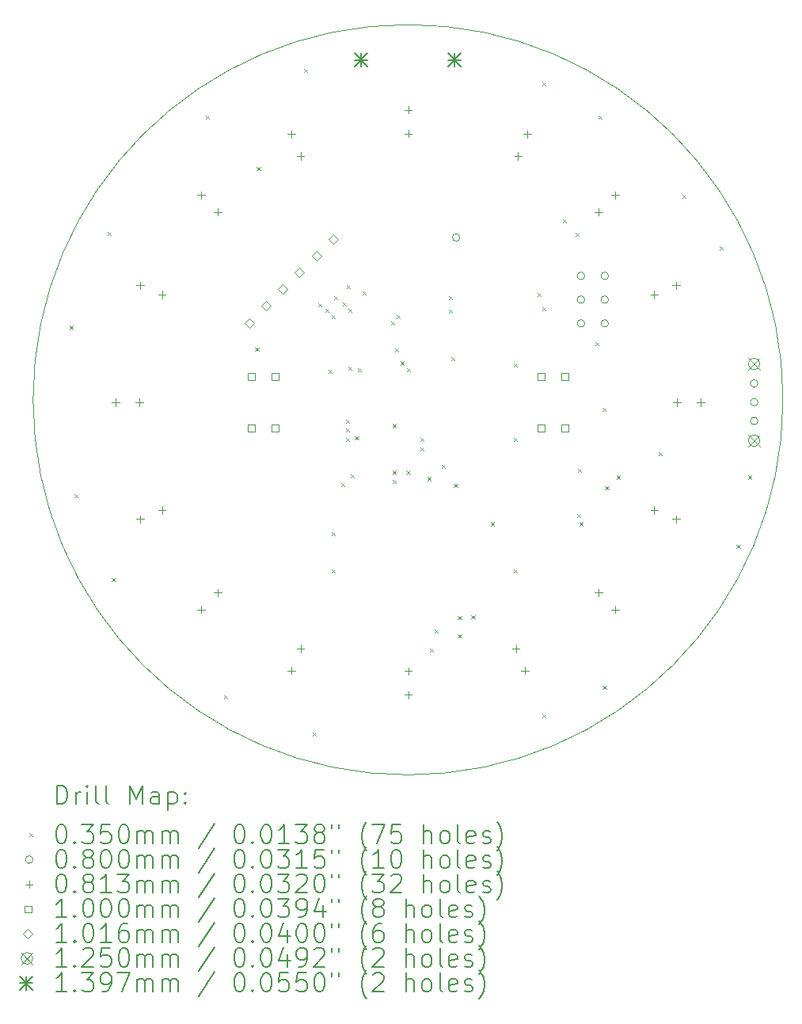
<source format=gbr>
%FSLAX45Y45*%
G04 Gerber Fmt 4.5, Leading zero omitted, Abs format (unit mm)*
G04 Created by KiCad (PCBNEW (6.0.4-0)) date 2022-11-18 23:15:29*
%MOMM*%
%LPD*%
G01*
G04 APERTURE LIST*
%TA.AperFunction,Profile*%
%ADD10C,0.050000*%
%TD*%
%ADD11C,0.200000*%
%ADD12C,0.035000*%
%ADD13C,0.080000*%
%ADD14C,0.081280*%
%ADD15C,0.100000*%
%ADD16C,0.101600*%
%ADD17C,0.125000*%
%ADD18C,0.139700*%
G04 APERTURE END LIST*
D10*
X18858840Y-10473080D02*
G75*
G03*
X18858840Y-10473080I-4010000J0D01*
G01*
D11*
D12*
X11232610Y-9682860D02*
X11267610Y-9717860D01*
X11267610Y-9682860D02*
X11232610Y-9717860D01*
X11282610Y-11482860D02*
X11317610Y-11517860D01*
X11317610Y-11482860D02*
X11282610Y-11517860D01*
X11632610Y-8682860D02*
X11667610Y-8717860D01*
X11667610Y-8682860D02*
X11632610Y-8717860D01*
X11682610Y-12382860D02*
X11717610Y-12417860D01*
X11717610Y-12382860D02*
X11682610Y-12417860D01*
X12682610Y-7432860D02*
X12717610Y-7467860D01*
X12717610Y-7432860D02*
X12682610Y-7467860D01*
X12882610Y-13632860D02*
X12917610Y-13667860D01*
X12917610Y-13632860D02*
X12882610Y-13667860D01*
X13215130Y-9913400D02*
X13250130Y-9948400D01*
X13250130Y-9913400D02*
X13215130Y-9948400D01*
X13232610Y-7982860D02*
X13267610Y-8017860D01*
X13267610Y-7982860D02*
X13232610Y-8017860D01*
X13732610Y-6932860D02*
X13767610Y-6967860D01*
X13767610Y-6932860D02*
X13732610Y-6967860D01*
X13832610Y-14032860D02*
X13867610Y-14067860D01*
X13867610Y-14032860D02*
X13832610Y-14067860D01*
X13890770Y-9442230D02*
X13925770Y-9477230D01*
X13925770Y-9442230D02*
X13890770Y-9477230D01*
X13961890Y-9504460D02*
X13996890Y-9539460D01*
X13996890Y-9504460D02*
X13961890Y-9539460D01*
X13997450Y-10153430D02*
X14032450Y-10188430D01*
X14032450Y-10153430D02*
X13997450Y-10188430D01*
X14032610Y-12282860D02*
X14067610Y-12317860D01*
X14067610Y-12282860D02*
X14032610Y-12317860D01*
X14033010Y-9566690D02*
X14068010Y-9601690D01*
X14068010Y-9566690D02*
X14033010Y-9601690D01*
X14033010Y-11886980D02*
X14068010Y-11921980D01*
X14068010Y-11886980D02*
X14033010Y-11921980D01*
X14059680Y-9362220D02*
X14094680Y-9397220D01*
X14094680Y-9362220D02*
X14059680Y-9397220D01*
X14130800Y-11362470D02*
X14165800Y-11397470D01*
X14165800Y-11362470D02*
X14130800Y-11397470D01*
X14148580Y-9433340D02*
X14183580Y-9468340D01*
X14183580Y-9433340D02*
X14148580Y-9468340D01*
X14182610Y-10682860D02*
X14217610Y-10717860D01*
X14217610Y-10682860D02*
X14182610Y-10717860D01*
X14182610Y-10782860D02*
X14217610Y-10817860D01*
X14217610Y-10782860D02*
X14182610Y-10817860D01*
X14182610Y-10882860D02*
X14217610Y-10917860D01*
X14217610Y-10882860D02*
X14182610Y-10917860D01*
X14193030Y-9246650D02*
X14228030Y-9281650D01*
X14228030Y-9246650D02*
X14193030Y-9281650D01*
X14210810Y-9504460D02*
X14245810Y-9539460D01*
X14245810Y-9504460D02*
X14210810Y-9539460D01*
X14210810Y-10117870D02*
X14245810Y-10152870D01*
X14245810Y-10117870D02*
X14210810Y-10152870D01*
X14232610Y-11272860D02*
X14267610Y-11307860D01*
X14267610Y-11272860D02*
X14232610Y-11307860D01*
X14281930Y-10864630D02*
X14316930Y-10899630D01*
X14316930Y-10864630D02*
X14281930Y-10899630D01*
X14308600Y-10135650D02*
X14343600Y-10170650D01*
X14343600Y-10135650D02*
X14308600Y-10170650D01*
X14361940Y-9317770D02*
X14396940Y-9352770D01*
X14396940Y-9317770D02*
X14361940Y-9352770D01*
X14664200Y-9637810D02*
X14699200Y-9672810D01*
X14699200Y-9637810D02*
X14664200Y-9672810D01*
X14682610Y-10732860D02*
X14717610Y-10767860D01*
X14717610Y-10732860D02*
X14682610Y-10767860D01*
X14682610Y-11232860D02*
X14717610Y-11267860D01*
X14717610Y-11232860D02*
X14682610Y-11267860D01*
X14682610Y-11332860D02*
X14717610Y-11367860D01*
X14717610Y-11332860D02*
X14682610Y-11367860D01*
X14708650Y-9922290D02*
X14743650Y-9957290D01*
X14743650Y-9922290D02*
X14708650Y-9957290D01*
X14726430Y-9566690D02*
X14761430Y-9601690D01*
X14761430Y-9566690D02*
X14726430Y-9601690D01*
X14770880Y-10064530D02*
X14805880Y-10099530D01*
X14805880Y-10064530D02*
X14770880Y-10099530D01*
X14832610Y-11232860D02*
X14867610Y-11267860D01*
X14867610Y-11232860D02*
X14832610Y-11267860D01*
X14833110Y-10135650D02*
X14868110Y-10170650D01*
X14868110Y-10135650D02*
X14833110Y-10170650D01*
X14982610Y-10882860D02*
X15017610Y-10917860D01*
X15017610Y-10882860D02*
X14982610Y-10917860D01*
X14982610Y-10982860D02*
X15017610Y-11017860D01*
X15017610Y-10982860D02*
X14982610Y-11017860D01*
X15055360Y-11300240D02*
X15090360Y-11335240D01*
X15090360Y-11300240D02*
X15055360Y-11335240D01*
X15082610Y-13132860D02*
X15117610Y-13167860D01*
X15117610Y-13132860D02*
X15082610Y-13167860D01*
X15132610Y-12932860D02*
X15167610Y-12967860D01*
X15167610Y-12932860D02*
X15132610Y-12967860D01*
X15206490Y-11166890D02*
X15241490Y-11201890D01*
X15241490Y-11166890D02*
X15206490Y-11201890D01*
X15283460Y-9512580D02*
X15318460Y-9547580D01*
X15318460Y-9512580D02*
X15283460Y-9547580D01*
X15288540Y-9365260D02*
X15323540Y-9400260D01*
X15323540Y-9365260D02*
X15288540Y-9400260D01*
X15308860Y-10020580D02*
X15343860Y-10055580D01*
X15343860Y-10020580D02*
X15308860Y-10055580D01*
X15339840Y-11371360D02*
X15374840Y-11406360D01*
X15374840Y-11371360D02*
X15339840Y-11406360D01*
X15382610Y-12782860D02*
X15417610Y-12817860D01*
X15417610Y-12782860D02*
X15382610Y-12817860D01*
X15382610Y-12982860D02*
X15417610Y-13017860D01*
X15417610Y-12982860D02*
X15382610Y-13017860D01*
X15526530Y-12775980D02*
X15561530Y-12810980D01*
X15561530Y-12775980D02*
X15526530Y-12810980D01*
X15732610Y-11782860D02*
X15767610Y-11817860D01*
X15767610Y-11782860D02*
X15732610Y-11817860D01*
X15982610Y-10082860D02*
X16017610Y-10117860D01*
X16017610Y-10082860D02*
X15982610Y-10117860D01*
X15982610Y-10882860D02*
X16017610Y-10917860D01*
X16017610Y-10882860D02*
X15982610Y-10917860D01*
X15982610Y-12282860D02*
X16017610Y-12317860D01*
X16017610Y-12282860D02*
X15982610Y-12317860D01*
X16232610Y-9332860D02*
X16267610Y-9367860D01*
X16267610Y-9332860D02*
X16232610Y-9367860D01*
X16282610Y-7082860D02*
X16317610Y-7117860D01*
X16317610Y-7082860D02*
X16282610Y-7117860D01*
X16282610Y-9482860D02*
X16317610Y-9517860D01*
X16317610Y-9482860D02*
X16282610Y-9517860D01*
X16282610Y-13832860D02*
X16317610Y-13867860D01*
X16317610Y-13832860D02*
X16282610Y-13867860D01*
X16507740Y-8547380D02*
X16542740Y-8582380D01*
X16542740Y-8547380D02*
X16507740Y-8582380D01*
X16639820Y-8689620D02*
X16674820Y-8724620D01*
X16674820Y-8689620D02*
X16639820Y-8724620D01*
X16655560Y-11691400D02*
X16690560Y-11726400D01*
X16690560Y-11691400D02*
X16655560Y-11726400D01*
X16664450Y-11211340D02*
X16699450Y-11246340D01*
X16699450Y-11211340D02*
X16664450Y-11246340D01*
X16682610Y-11782860D02*
X16717610Y-11817860D01*
X16717610Y-11782860D02*
X16682610Y-11817860D01*
X16848100Y-9858020D02*
X16883100Y-9893020D01*
X16883100Y-9858020D02*
X16848100Y-9893020D01*
X16882610Y-7432860D02*
X16917610Y-7467860D01*
X16917610Y-7432860D02*
X16882610Y-7467860D01*
X16931150Y-10562370D02*
X16966150Y-10597370D01*
X16966150Y-10562370D02*
X16931150Y-10597370D01*
X16932610Y-13532860D02*
X16967610Y-13567860D01*
X16967610Y-13532860D02*
X16932610Y-13567860D01*
X16957820Y-11398030D02*
X16992820Y-11433030D01*
X16992820Y-11398030D02*
X16957820Y-11433030D01*
X17082610Y-11282860D02*
X17117610Y-11317860D01*
X17117610Y-11282860D02*
X17082610Y-11317860D01*
X17532610Y-11032860D02*
X17567610Y-11067860D01*
X17567610Y-11032860D02*
X17532610Y-11067860D01*
X17782610Y-8282860D02*
X17817610Y-8317860D01*
X17817610Y-8282860D02*
X17782610Y-8317860D01*
X18182610Y-8832860D02*
X18217610Y-8867860D01*
X18217610Y-8832860D02*
X18182610Y-8867860D01*
X18363273Y-12022396D02*
X18398273Y-12057396D01*
X18398273Y-12022396D02*
X18363273Y-12057396D01*
X18482610Y-11282860D02*
X18517610Y-11317860D01*
X18517610Y-11282860D02*
X18482610Y-11317860D01*
D13*
X15402610Y-8737860D02*
G75*
G03*
X15402610Y-8737860I-40000J0D01*
G01*
X16737960Y-9149080D02*
G75*
G03*
X16737960Y-9149080I-40000J0D01*
G01*
X16737960Y-9403080D02*
G75*
G03*
X16737960Y-9403080I-40000J0D01*
G01*
X16737960Y-9657080D02*
G75*
G03*
X16737960Y-9657080I-40000J0D01*
G01*
X16991960Y-9149080D02*
G75*
G03*
X16991960Y-9149080I-40000J0D01*
G01*
X16991960Y-9403080D02*
G75*
G03*
X16991960Y-9403080I-40000J0D01*
G01*
X16991960Y-9657080D02*
G75*
G03*
X16991960Y-9657080I-40000J0D01*
G01*
X18590110Y-10300360D02*
G75*
G03*
X18590110Y-10300360I-40000J0D01*
G01*
X18590110Y-10500360D02*
G75*
G03*
X18590110Y-10500360I-40000J0D01*
G01*
X18590110Y-10700360D02*
G75*
G03*
X18590110Y-10700360I-40000J0D01*
G01*
D14*
X11723110Y-10459720D02*
X11723110Y-10541000D01*
X11682470Y-10500360D02*
X11763750Y-10500360D01*
X11977110Y-10459720D02*
X11977110Y-10541000D01*
X11936470Y-10500360D02*
X12017750Y-10500360D01*
X11982777Y-9211119D02*
X11982777Y-9292399D01*
X11942137Y-9251759D02*
X12023417Y-9251759D01*
X11982777Y-11708321D02*
X11982777Y-11789601D01*
X11942137Y-11748961D02*
X12023417Y-11748961D01*
X12217443Y-9308321D02*
X12217443Y-9389601D01*
X12176803Y-9348961D02*
X12258083Y-9348961D01*
X12217443Y-11611119D02*
X12217443Y-11692399D01*
X12176803Y-11651759D02*
X12258083Y-11651759D01*
X12635307Y-8244917D02*
X12635307Y-8326197D01*
X12594667Y-8285557D02*
X12675947Y-8285557D01*
X12635307Y-12674523D02*
X12635307Y-12755803D01*
X12594667Y-12715163D02*
X12675947Y-12715163D01*
X12814913Y-8424523D02*
X12814913Y-8505803D01*
X12774273Y-8465163D02*
X12855553Y-8465163D01*
X12814913Y-12494917D02*
X12814913Y-12576197D01*
X12774273Y-12535557D02*
X12855553Y-12535557D01*
X13601509Y-7592387D02*
X13601509Y-7673667D01*
X13560869Y-7633027D02*
X13642149Y-7633027D01*
X13601509Y-13327053D02*
X13601509Y-13408333D01*
X13560869Y-13367693D02*
X13642149Y-13367693D01*
X13698711Y-7827053D02*
X13698711Y-7908333D01*
X13658071Y-7867693D02*
X13739351Y-7867693D01*
X13698711Y-13092387D02*
X13698711Y-13173667D01*
X13658071Y-13133027D02*
X13739351Y-13133027D01*
X14850110Y-7332720D02*
X14850110Y-7414000D01*
X14809470Y-7373360D02*
X14890750Y-7373360D01*
X14850110Y-7586720D02*
X14850110Y-7668000D01*
X14809470Y-7627360D02*
X14890750Y-7627360D01*
X14850110Y-13332720D02*
X14850110Y-13414000D01*
X14809470Y-13373360D02*
X14890750Y-13373360D01*
X14850110Y-13586720D02*
X14850110Y-13668000D01*
X14809470Y-13627360D02*
X14890750Y-13627360D01*
X16001509Y-13092387D02*
X16001509Y-13173667D01*
X15960869Y-13133027D02*
X16042149Y-13133027D01*
X16026509Y-7827053D02*
X16026509Y-7908333D01*
X15985869Y-7867693D02*
X16067149Y-7867693D01*
X16098711Y-13327053D02*
X16098711Y-13408333D01*
X16058071Y-13367693D02*
X16139351Y-13367693D01*
X16123711Y-7592387D02*
X16123711Y-7673667D01*
X16083071Y-7633027D02*
X16164351Y-7633027D01*
X16885307Y-8424523D02*
X16885307Y-8505803D01*
X16844667Y-8465163D02*
X16925947Y-8465163D01*
X16885307Y-12494917D02*
X16885307Y-12576197D01*
X16844667Y-12535557D02*
X16925947Y-12535557D01*
X17064913Y-8244917D02*
X17064913Y-8326197D01*
X17024273Y-8285557D02*
X17105553Y-8285557D01*
X17064913Y-12674523D02*
X17064913Y-12755803D01*
X17024273Y-12715163D02*
X17105553Y-12715163D01*
X17482777Y-9308321D02*
X17482777Y-9389601D01*
X17442137Y-9348961D02*
X17523417Y-9348961D01*
X17482777Y-11611119D02*
X17482777Y-11692399D01*
X17442137Y-11651759D02*
X17523417Y-11651759D01*
X17717443Y-9211119D02*
X17717443Y-9292399D01*
X17676803Y-9251759D02*
X17758083Y-9251759D01*
X17717443Y-11708321D02*
X17717443Y-11789601D01*
X17676803Y-11748961D02*
X17758083Y-11748961D01*
X17723110Y-10459720D02*
X17723110Y-10541000D01*
X17682470Y-10500360D02*
X17763750Y-10500360D01*
X17977110Y-10459720D02*
X17977110Y-10541000D01*
X17936470Y-10500360D02*
X18017750Y-10500360D01*
D15*
X13208466Y-10260716D02*
X13208466Y-10190004D01*
X13137754Y-10190004D01*
X13137754Y-10260716D01*
X13208466Y-10260716D01*
X13208466Y-10810716D02*
X13208466Y-10740004D01*
X13137754Y-10740004D01*
X13137754Y-10810716D01*
X13208466Y-10810716D01*
X13462466Y-10260716D02*
X13462466Y-10190004D01*
X13391754Y-10190004D01*
X13391754Y-10260716D01*
X13462466Y-10260716D01*
X13462466Y-10810716D02*
X13462466Y-10740004D01*
X13391754Y-10740004D01*
X13391754Y-10810716D01*
X13462466Y-10810716D01*
X16308466Y-10260716D02*
X16308466Y-10190004D01*
X16237754Y-10190004D01*
X16237754Y-10260716D01*
X16308466Y-10260716D01*
X16308466Y-10810716D02*
X16308466Y-10740004D01*
X16237754Y-10740004D01*
X16237754Y-10810716D01*
X16308466Y-10810716D01*
X16562466Y-10260716D02*
X16562466Y-10190004D01*
X16491754Y-10190004D01*
X16491754Y-10260716D01*
X16562466Y-10260716D01*
X16562466Y-10810716D02*
X16562466Y-10740004D01*
X16491754Y-10740004D01*
X16491754Y-10810716D01*
X16562466Y-10810716D01*
D16*
X13150110Y-9701160D02*
X13200910Y-9650360D01*
X13150110Y-9599560D01*
X13099310Y-9650360D01*
X13150110Y-9701160D01*
X13329715Y-9521555D02*
X13380515Y-9470755D01*
X13329715Y-9419955D01*
X13278915Y-9470755D01*
X13329715Y-9521555D01*
X13509320Y-9341950D02*
X13560120Y-9291150D01*
X13509320Y-9240350D01*
X13458520Y-9291150D01*
X13509320Y-9341950D01*
X13688925Y-9162345D02*
X13739725Y-9111545D01*
X13688925Y-9060745D01*
X13638125Y-9111545D01*
X13688925Y-9162345D01*
X13868530Y-8982740D02*
X13919330Y-8931940D01*
X13868530Y-8881140D01*
X13817730Y-8931940D01*
X13868530Y-8982740D01*
X14048136Y-8803134D02*
X14098936Y-8752334D01*
X14048136Y-8701534D01*
X13997336Y-8752334D01*
X14048136Y-8803134D01*
D17*
X18487610Y-10027860D02*
X18612610Y-10152860D01*
X18612610Y-10027860D02*
X18487610Y-10152860D01*
X18612610Y-10090360D02*
G75*
G03*
X18612610Y-10090360I-62500J0D01*
G01*
X18487610Y-10847860D02*
X18612610Y-10972860D01*
X18612610Y-10847860D02*
X18487610Y-10972860D01*
X18612610Y-10910360D02*
G75*
G03*
X18612610Y-10910360I-62500J0D01*
G01*
D18*
X14277260Y-6770510D02*
X14416960Y-6910210D01*
X14416960Y-6770510D02*
X14277260Y-6910210D01*
X14347110Y-6770510D02*
X14347110Y-6910210D01*
X14277260Y-6840360D02*
X14416960Y-6840360D01*
X15277260Y-6770510D02*
X15416960Y-6910210D01*
X15416960Y-6770510D02*
X15277260Y-6910210D01*
X15347110Y-6770510D02*
X15347110Y-6910210D01*
X15277260Y-6840360D02*
X15416960Y-6840360D01*
D11*
X11093959Y-14796056D02*
X11093959Y-14596056D01*
X11141578Y-14596056D01*
X11170150Y-14605580D01*
X11189197Y-14624628D01*
X11198721Y-14643675D01*
X11208245Y-14681770D01*
X11208245Y-14710342D01*
X11198721Y-14748437D01*
X11189197Y-14767485D01*
X11170150Y-14786532D01*
X11141578Y-14796056D01*
X11093959Y-14796056D01*
X11293959Y-14796056D02*
X11293959Y-14662723D01*
X11293959Y-14700818D02*
X11303483Y-14681770D01*
X11313007Y-14672247D01*
X11332054Y-14662723D01*
X11351102Y-14662723D01*
X11417768Y-14796056D02*
X11417768Y-14662723D01*
X11417768Y-14596056D02*
X11408245Y-14605580D01*
X11417768Y-14615104D01*
X11427292Y-14605580D01*
X11417768Y-14596056D01*
X11417768Y-14615104D01*
X11541578Y-14796056D02*
X11522530Y-14786532D01*
X11513007Y-14767485D01*
X11513007Y-14596056D01*
X11646340Y-14796056D02*
X11627292Y-14786532D01*
X11617768Y-14767485D01*
X11617768Y-14596056D01*
X11874911Y-14796056D02*
X11874911Y-14596056D01*
X11941578Y-14738913D01*
X12008245Y-14596056D01*
X12008245Y-14796056D01*
X12189197Y-14796056D02*
X12189197Y-14691294D01*
X12179673Y-14672247D01*
X12160626Y-14662723D01*
X12122530Y-14662723D01*
X12103483Y-14672247D01*
X12189197Y-14786532D02*
X12170149Y-14796056D01*
X12122530Y-14796056D01*
X12103483Y-14786532D01*
X12093959Y-14767485D01*
X12093959Y-14748437D01*
X12103483Y-14729389D01*
X12122530Y-14719866D01*
X12170149Y-14719866D01*
X12189197Y-14710342D01*
X12284435Y-14662723D02*
X12284435Y-14862723D01*
X12284435Y-14672247D02*
X12303483Y-14662723D01*
X12341578Y-14662723D01*
X12360626Y-14672247D01*
X12370149Y-14681770D01*
X12379673Y-14700818D01*
X12379673Y-14757961D01*
X12370149Y-14777008D01*
X12360626Y-14786532D01*
X12341578Y-14796056D01*
X12303483Y-14796056D01*
X12284435Y-14786532D01*
X12465388Y-14777008D02*
X12474911Y-14786532D01*
X12465388Y-14796056D01*
X12455864Y-14786532D01*
X12465388Y-14777008D01*
X12465388Y-14796056D01*
X12465388Y-14672247D02*
X12474911Y-14681770D01*
X12465388Y-14691294D01*
X12455864Y-14681770D01*
X12465388Y-14672247D01*
X12465388Y-14691294D01*
D12*
X10801340Y-15108080D02*
X10836340Y-15143080D01*
X10836340Y-15108080D02*
X10801340Y-15143080D01*
D11*
X11132054Y-15016056D02*
X11151102Y-15016056D01*
X11170150Y-15025580D01*
X11179673Y-15035104D01*
X11189197Y-15054151D01*
X11198721Y-15092247D01*
X11198721Y-15139866D01*
X11189197Y-15177961D01*
X11179673Y-15197008D01*
X11170150Y-15206532D01*
X11151102Y-15216056D01*
X11132054Y-15216056D01*
X11113007Y-15206532D01*
X11103483Y-15197008D01*
X11093959Y-15177961D01*
X11084435Y-15139866D01*
X11084435Y-15092247D01*
X11093959Y-15054151D01*
X11103483Y-15035104D01*
X11113007Y-15025580D01*
X11132054Y-15016056D01*
X11284435Y-15197008D02*
X11293959Y-15206532D01*
X11284435Y-15216056D01*
X11274911Y-15206532D01*
X11284435Y-15197008D01*
X11284435Y-15216056D01*
X11360626Y-15016056D02*
X11484435Y-15016056D01*
X11417768Y-15092247D01*
X11446340Y-15092247D01*
X11465388Y-15101770D01*
X11474911Y-15111294D01*
X11484435Y-15130342D01*
X11484435Y-15177961D01*
X11474911Y-15197008D01*
X11465388Y-15206532D01*
X11446340Y-15216056D01*
X11389197Y-15216056D01*
X11370149Y-15206532D01*
X11360626Y-15197008D01*
X11665388Y-15016056D02*
X11570149Y-15016056D01*
X11560626Y-15111294D01*
X11570149Y-15101770D01*
X11589197Y-15092247D01*
X11636816Y-15092247D01*
X11655864Y-15101770D01*
X11665388Y-15111294D01*
X11674911Y-15130342D01*
X11674911Y-15177961D01*
X11665388Y-15197008D01*
X11655864Y-15206532D01*
X11636816Y-15216056D01*
X11589197Y-15216056D01*
X11570149Y-15206532D01*
X11560626Y-15197008D01*
X11798721Y-15016056D02*
X11817768Y-15016056D01*
X11836816Y-15025580D01*
X11846340Y-15035104D01*
X11855864Y-15054151D01*
X11865388Y-15092247D01*
X11865388Y-15139866D01*
X11855864Y-15177961D01*
X11846340Y-15197008D01*
X11836816Y-15206532D01*
X11817768Y-15216056D01*
X11798721Y-15216056D01*
X11779673Y-15206532D01*
X11770149Y-15197008D01*
X11760626Y-15177961D01*
X11751102Y-15139866D01*
X11751102Y-15092247D01*
X11760626Y-15054151D01*
X11770149Y-15035104D01*
X11779673Y-15025580D01*
X11798721Y-15016056D01*
X11951102Y-15216056D02*
X11951102Y-15082723D01*
X11951102Y-15101770D02*
X11960626Y-15092247D01*
X11979673Y-15082723D01*
X12008245Y-15082723D01*
X12027292Y-15092247D01*
X12036816Y-15111294D01*
X12036816Y-15216056D01*
X12036816Y-15111294D02*
X12046340Y-15092247D01*
X12065388Y-15082723D01*
X12093959Y-15082723D01*
X12113007Y-15092247D01*
X12122530Y-15111294D01*
X12122530Y-15216056D01*
X12217768Y-15216056D02*
X12217768Y-15082723D01*
X12217768Y-15101770D02*
X12227292Y-15092247D01*
X12246340Y-15082723D01*
X12274911Y-15082723D01*
X12293959Y-15092247D01*
X12303483Y-15111294D01*
X12303483Y-15216056D01*
X12303483Y-15111294D02*
X12313007Y-15092247D01*
X12332054Y-15082723D01*
X12360626Y-15082723D01*
X12379673Y-15092247D01*
X12389197Y-15111294D01*
X12389197Y-15216056D01*
X12779673Y-15006532D02*
X12608245Y-15263675D01*
X13036816Y-15016056D02*
X13055864Y-15016056D01*
X13074911Y-15025580D01*
X13084435Y-15035104D01*
X13093959Y-15054151D01*
X13103483Y-15092247D01*
X13103483Y-15139866D01*
X13093959Y-15177961D01*
X13084435Y-15197008D01*
X13074911Y-15206532D01*
X13055864Y-15216056D01*
X13036816Y-15216056D01*
X13017768Y-15206532D01*
X13008245Y-15197008D01*
X12998721Y-15177961D01*
X12989197Y-15139866D01*
X12989197Y-15092247D01*
X12998721Y-15054151D01*
X13008245Y-15035104D01*
X13017768Y-15025580D01*
X13036816Y-15016056D01*
X13189197Y-15197008D02*
X13198721Y-15206532D01*
X13189197Y-15216056D01*
X13179673Y-15206532D01*
X13189197Y-15197008D01*
X13189197Y-15216056D01*
X13322530Y-15016056D02*
X13341578Y-15016056D01*
X13360626Y-15025580D01*
X13370149Y-15035104D01*
X13379673Y-15054151D01*
X13389197Y-15092247D01*
X13389197Y-15139866D01*
X13379673Y-15177961D01*
X13370149Y-15197008D01*
X13360626Y-15206532D01*
X13341578Y-15216056D01*
X13322530Y-15216056D01*
X13303483Y-15206532D01*
X13293959Y-15197008D01*
X13284435Y-15177961D01*
X13274911Y-15139866D01*
X13274911Y-15092247D01*
X13284435Y-15054151D01*
X13293959Y-15035104D01*
X13303483Y-15025580D01*
X13322530Y-15016056D01*
X13579673Y-15216056D02*
X13465388Y-15216056D01*
X13522530Y-15216056D02*
X13522530Y-15016056D01*
X13503483Y-15044628D01*
X13484435Y-15063675D01*
X13465388Y-15073199D01*
X13646340Y-15016056D02*
X13770149Y-15016056D01*
X13703483Y-15092247D01*
X13732054Y-15092247D01*
X13751102Y-15101770D01*
X13760626Y-15111294D01*
X13770149Y-15130342D01*
X13770149Y-15177961D01*
X13760626Y-15197008D01*
X13751102Y-15206532D01*
X13732054Y-15216056D01*
X13674911Y-15216056D01*
X13655864Y-15206532D01*
X13646340Y-15197008D01*
X13884435Y-15101770D02*
X13865388Y-15092247D01*
X13855864Y-15082723D01*
X13846340Y-15063675D01*
X13846340Y-15054151D01*
X13855864Y-15035104D01*
X13865388Y-15025580D01*
X13884435Y-15016056D01*
X13922530Y-15016056D01*
X13941578Y-15025580D01*
X13951102Y-15035104D01*
X13960626Y-15054151D01*
X13960626Y-15063675D01*
X13951102Y-15082723D01*
X13941578Y-15092247D01*
X13922530Y-15101770D01*
X13884435Y-15101770D01*
X13865388Y-15111294D01*
X13855864Y-15120818D01*
X13846340Y-15139866D01*
X13846340Y-15177961D01*
X13855864Y-15197008D01*
X13865388Y-15206532D01*
X13884435Y-15216056D01*
X13922530Y-15216056D01*
X13941578Y-15206532D01*
X13951102Y-15197008D01*
X13960626Y-15177961D01*
X13960626Y-15139866D01*
X13951102Y-15120818D01*
X13941578Y-15111294D01*
X13922530Y-15101770D01*
X14036816Y-15016056D02*
X14036816Y-15054151D01*
X14113007Y-15016056D02*
X14113007Y-15054151D01*
X14408245Y-15292247D02*
X14398721Y-15282723D01*
X14379673Y-15254151D01*
X14370149Y-15235104D01*
X14360626Y-15206532D01*
X14351102Y-15158913D01*
X14351102Y-15120818D01*
X14360626Y-15073199D01*
X14370149Y-15044628D01*
X14379673Y-15025580D01*
X14398721Y-14997008D01*
X14408245Y-14987485D01*
X14465388Y-15016056D02*
X14598721Y-15016056D01*
X14513007Y-15216056D01*
X14770149Y-15016056D02*
X14674911Y-15016056D01*
X14665388Y-15111294D01*
X14674911Y-15101770D01*
X14693959Y-15092247D01*
X14741578Y-15092247D01*
X14760626Y-15101770D01*
X14770149Y-15111294D01*
X14779673Y-15130342D01*
X14779673Y-15177961D01*
X14770149Y-15197008D01*
X14760626Y-15206532D01*
X14741578Y-15216056D01*
X14693959Y-15216056D01*
X14674911Y-15206532D01*
X14665388Y-15197008D01*
X15017768Y-15216056D02*
X15017768Y-15016056D01*
X15103483Y-15216056D02*
X15103483Y-15111294D01*
X15093959Y-15092247D01*
X15074911Y-15082723D01*
X15046340Y-15082723D01*
X15027292Y-15092247D01*
X15017768Y-15101770D01*
X15227292Y-15216056D02*
X15208245Y-15206532D01*
X15198721Y-15197008D01*
X15189197Y-15177961D01*
X15189197Y-15120818D01*
X15198721Y-15101770D01*
X15208245Y-15092247D01*
X15227292Y-15082723D01*
X15255864Y-15082723D01*
X15274911Y-15092247D01*
X15284435Y-15101770D01*
X15293959Y-15120818D01*
X15293959Y-15177961D01*
X15284435Y-15197008D01*
X15274911Y-15206532D01*
X15255864Y-15216056D01*
X15227292Y-15216056D01*
X15408245Y-15216056D02*
X15389197Y-15206532D01*
X15379673Y-15187485D01*
X15379673Y-15016056D01*
X15560626Y-15206532D02*
X15541578Y-15216056D01*
X15503483Y-15216056D01*
X15484435Y-15206532D01*
X15474911Y-15187485D01*
X15474911Y-15111294D01*
X15484435Y-15092247D01*
X15503483Y-15082723D01*
X15541578Y-15082723D01*
X15560626Y-15092247D01*
X15570149Y-15111294D01*
X15570149Y-15130342D01*
X15474911Y-15149389D01*
X15646340Y-15206532D02*
X15665388Y-15216056D01*
X15703483Y-15216056D01*
X15722530Y-15206532D01*
X15732054Y-15187485D01*
X15732054Y-15177961D01*
X15722530Y-15158913D01*
X15703483Y-15149389D01*
X15674911Y-15149389D01*
X15655864Y-15139866D01*
X15646340Y-15120818D01*
X15646340Y-15111294D01*
X15655864Y-15092247D01*
X15674911Y-15082723D01*
X15703483Y-15082723D01*
X15722530Y-15092247D01*
X15798721Y-15292247D02*
X15808245Y-15282723D01*
X15827292Y-15254151D01*
X15836816Y-15235104D01*
X15846340Y-15206532D01*
X15855864Y-15158913D01*
X15855864Y-15120818D01*
X15846340Y-15073199D01*
X15836816Y-15044628D01*
X15827292Y-15025580D01*
X15808245Y-14997008D01*
X15798721Y-14987485D01*
D13*
X10836340Y-15389580D02*
G75*
G03*
X10836340Y-15389580I-40000J0D01*
G01*
D11*
X11132054Y-15280056D02*
X11151102Y-15280056D01*
X11170150Y-15289580D01*
X11179673Y-15299104D01*
X11189197Y-15318151D01*
X11198721Y-15356247D01*
X11198721Y-15403866D01*
X11189197Y-15441961D01*
X11179673Y-15461008D01*
X11170150Y-15470532D01*
X11151102Y-15480056D01*
X11132054Y-15480056D01*
X11113007Y-15470532D01*
X11103483Y-15461008D01*
X11093959Y-15441961D01*
X11084435Y-15403866D01*
X11084435Y-15356247D01*
X11093959Y-15318151D01*
X11103483Y-15299104D01*
X11113007Y-15289580D01*
X11132054Y-15280056D01*
X11284435Y-15461008D02*
X11293959Y-15470532D01*
X11284435Y-15480056D01*
X11274911Y-15470532D01*
X11284435Y-15461008D01*
X11284435Y-15480056D01*
X11408245Y-15365770D02*
X11389197Y-15356247D01*
X11379673Y-15346723D01*
X11370149Y-15327675D01*
X11370149Y-15318151D01*
X11379673Y-15299104D01*
X11389197Y-15289580D01*
X11408245Y-15280056D01*
X11446340Y-15280056D01*
X11465388Y-15289580D01*
X11474911Y-15299104D01*
X11484435Y-15318151D01*
X11484435Y-15327675D01*
X11474911Y-15346723D01*
X11465388Y-15356247D01*
X11446340Y-15365770D01*
X11408245Y-15365770D01*
X11389197Y-15375294D01*
X11379673Y-15384818D01*
X11370149Y-15403866D01*
X11370149Y-15441961D01*
X11379673Y-15461008D01*
X11389197Y-15470532D01*
X11408245Y-15480056D01*
X11446340Y-15480056D01*
X11465388Y-15470532D01*
X11474911Y-15461008D01*
X11484435Y-15441961D01*
X11484435Y-15403866D01*
X11474911Y-15384818D01*
X11465388Y-15375294D01*
X11446340Y-15365770D01*
X11608245Y-15280056D02*
X11627292Y-15280056D01*
X11646340Y-15289580D01*
X11655864Y-15299104D01*
X11665388Y-15318151D01*
X11674911Y-15356247D01*
X11674911Y-15403866D01*
X11665388Y-15441961D01*
X11655864Y-15461008D01*
X11646340Y-15470532D01*
X11627292Y-15480056D01*
X11608245Y-15480056D01*
X11589197Y-15470532D01*
X11579673Y-15461008D01*
X11570149Y-15441961D01*
X11560626Y-15403866D01*
X11560626Y-15356247D01*
X11570149Y-15318151D01*
X11579673Y-15299104D01*
X11589197Y-15289580D01*
X11608245Y-15280056D01*
X11798721Y-15280056D02*
X11817768Y-15280056D01*
X11836816Y-15289580D01*
X11846340Y-15299104D01*
X11855864Y-15318151D01*
X11865388Y-15356247D01*
X11865388Y-15403866D01*
X11855864Y-15441961D01*
X11846340Y-15461008D01*
X11836816Y-15470532D01*
X11817768Y-15480056D01*
X11798721Y-15480056D01*
X11779673Y-15470532D01*
X11770149Y-15461008D01*
X11760626Y-15441961D01*
X11751102Y-15403866D01*
X11751102Y-15356247D01*
X11760626Y-15318151D01*
X11770149Y-15299104D01*
X11779673Y-15289580D01*
X11798721Y-15280056D01*
X11951102Y-15480056D02*
X11951102Y-15346723D01*
X11951102Y-15365770D02*
X11960626Y-15356247D01*
X11979673Y-15346723D01*
X12008245Y-15346723D01*
X12027292Y-15356247D01*
X12036816Y-15375294D01*
X12036816Y-15480056D01*
X12036816Y-15375294D02*
X12046340Y-15356247D01*
X12065388Y-15346723D01*
X12093959Y-15346723D01*
X12113007Y-15356247D01*
X12122530Y-15375294D01*
X12122530Y-15480056D01*
X12217768Y-15480056D02*
X12217768Y-15346723D01*
X12217768Y-15365770D02*
X12227292Y-15356247D01*
X12246340Y-15346723D01*
X12274911Y-15346723D01*
X12293959Y-15356247D01*
X12303483Y-15375294D01*
X12303483Y-15480056D01*
X12303483Y-15375294D02*
X12313007Y-15356247D01*
X12332054Y-15346723D01*
X12360626Y-15346723D01*
X12379673Y-15356247D01*
X12389197Y-15375294D01*
X12389197Y-15480056D01*
X12779673Y-15270532D02*
X12608245Y-15527675D01*
X13036816Y-15280056D02*
X13055864Y-15280056D01*
X13074911Y-15289580D01*
X13084435Y-15299104D01*
X13093959Y-15318151D01*
X13103483Y-15356247D01*
X13103483Y-15403866D01*
X13093959Y-15441961D01*
X13084435Y-15461008D01*
X13074911Y-15470532D01*
X13055864Y-15480056D01*
X13036816Y-15480056D01*
X13017768Y-15470532D01*
X13008245Y-15461008D01*
X12998721Y-15441961D01*
X12989197Y-15403866D01*
X12989197Y-15356247D01*
X12998721Y-15318151D01*
X13008245Y-15299104D01*
X13017768Y-15289580D01*
X13036816Y-15280056D01*
X13189197Y-15461008D02*
X13198721Y-15470532D01*
X13189197Y-15480056D01*
X13179673Y-15470532D01*
X13189197Y-15461008D01*
X13189197Y-15480056D01*
X13322530Y-15280056D02*
X13341578Y-15280056D01*
X13360626Y-15289580D01*
X13370149Y-15299104D01*
X13379673Y-15318151D01*
X13389197Y-15356247D01*
X13389197Y-15403866D01*
X13379673Y-15441961D01*
X13370149Y-15461008D01*
X13360626Y-15470532D01*
X13341578Y-15480056D01*
X13322530Y-15480056D01*
X13303483Y-15470532D01*
X13293959Y-15461008D01*
X13284435Y-15441961D01*
X13274911Y-15403866D01*
X13274911Y-15356247D01*
X13284435Y-15318151D01*
X13293959Y-15299104D01*
X13303483Y-15289580D01*
X13322530Y-15280056D01*
X13455864Y-15280056D02*
X13579673Y-15280056D01*
X13513007Y-15356247D01*
X13541578Y-15356247D01*
X13560626Y-15365770D01*
X13570149Y-15375294D01*
X13579673Y-15394342D01*
X13579673Y-15441961D01*
X13570149Y-15461008D01*
X13560626Y-15470532D01*
X13541578Y-15480056D01*
X13484435Y-15480056D01*
X13465388Y-15470532D01*
X13455864Y-15461008D01*
X13770149Y-15480056D02*
X13655864Y-15480056D01*
X13713007Y-15480056D02*
X13713007Y-15280056D01*
X13693959Y-15308628D01*
X13674911Y-15327675D01*
X13655864Y-15337199D01*
X13951102Y-15280056D02*
X13855864Y-15280056D01*
X13846340Y-15375294D01*
X13855864Y-15365770D01*
X13874911Y-15356247D01*
X13922530Y-15356247D01*
X13941578Y-15365770D01*
X13951102Y-15375294D01*
X13960626Y-15394342D01*
X13960626Y-15441961D01*
X13951102Y-15461008D01*
X13941578Y-15470532D01*
X13922530Y-15480056D01*
X13874911Y-15480056D01*
X13855864Y-15470532D01*
X13846340Y-15461008D01*
X14036816Y-15280056D02*
X14036816Y-15318151D01*
X14113007Y-15280056D02*
X14113007Y-15318151D01*
X14408245Y-15556247D02*
X14398721Y-15546723D01*
X14379673Y-15518151D01*
X14370149Y-15499104D01*
X14360626Y-15470532D01*
X14351102Y-15422913D01*
X14351102Y-15384818D01*
X14360626Y-15337199D01*
X14370149Y-15308628D01*
X14379673Y-15289580D01*
X14398721Y-15261008D01*
X14408245Y-15251485D01*
X14589197Y-15480056D02*
X14474911Y-15480056D01*
X14532054Y-15480056D02*
X14532054Y-15280056D01*
X14513007Y-15308628D01*
X14493959Y-15327675D01*
X14474911Y-15337199D01*
X14713007Y-15280056D02*
X14732054Y-15280056D01*
X14751102Y-15289580D01*
X14760626Y-15299104D01*
X14770149Y-15318151D01*
X14779673Y-15356247D01*
X14779673Y-15403866D01*
X14770149Y-15441961D01*
X14760626Y-15461008D01*
X14751102Y-15470532D01*
X14732054Y-15480056D01*
X14713007Y-15480056D01*
X14693959Y-15470532D01*
X14684435Y-15461008D01*
X14674911Y-15441961D01*
X14665388Y-15403866D01*
X14665388Y-15356247D01*
X14674911Y-15318151D01*
X14684435Y-15299104D01*
X14693959Y-15289580D01*
X14713007Y-15280056D01*
X15017768Y-15480056D02*
X15017768Y-15280056D01*
X15103483Y-15480056D02*
X15103483Y-15375294D01*
X15093959Y-15356247D01*
X15074911Y-15346723D01*
X15046340Y-15346723D01*
X15027292Y-15356247D01*
X15017768Y-15365770D01*
X15227292Y-15480056D02*
X15208245Y-15470532D01*
X15198721Y-15461008D01*
X15189197Y-15441961D01*
X15189197Y-15384818D01*
X15198721Y-15365770D01*
X15208245Y-15356247D01*
X15227292Y-15346723D01*
X15255864Y-15346723D01*
X15274911Y-15356247D01*
X15284435Y-15365770D01*
X15293959Y-15384818D01*
X15293959Y-15441961D01*
X15284435Y-15461008D01*
X15274911Y-15470532D01*
X15255864Y-15480056D01*
X15227292Y-15480056D01*
X15408245Y-15480056D02*
X15389197Y-15470532D01*
X15379673Y-15451485D01*
X15379673Y-15280056D01*
X15560626Y-15470532D02*
X15541578Y-15480056D01*
X15503483Y-15480056D01*
X15484435Y-15470532D01*
X15474911Y-15451485D01*
X15474911Y-15375294D01*
X15484435Y-15356247D01*
X15503483Y-15346723D01*
X15541578Y-15346723D01*
X15560626Y-15356247D01*
X15570149Y-15375294D01*
X15570149Y-15394342D01*
X15474911Y-15413389D01*
X15646340Y-15470532D02*
X15665388Y-15480056D01*
X15703483Y-15480056D01*
X15722530Y-15470532D01*
X15732054Y-15451485D01*
X15732054Y-15441961D01*
X15722530Y-15422913D01*
X15703483Y-15413389D01*
X15674911Y-15413389D01*
X15655864Y-15403866D01*
X15646340Y-15384818D01*
X15646340Y-15375294D01*
X15655864Y-15356247D01*
X15674911Y-15346723D01*
X15703483Y-15346723D01*
X15722530Y-15356247D01*
X15798721Y-15556247D02*
X15808245Y-15546723D01*
X15827292Y-15518151D01*
X15836816Y-15499104D01*
X15846340Y-15470532D01*
X15855864Y-15422913D01*
X15855864Y-15384818D01*
X15846340Y-15337199D01*
X15836816Y-15308628D01*
X15827292Y-15289580D01*
X15808245Y-15261008D01*
X15798721Y-15251485D01*
D14*
X10795700Y-15612940D02*
X10795700Y-15694220D01*
X10755060Y-15653580D02*
X10836340Y-15653580D01*
D11*
X11132054Y-15544056D02*
X11151102Y-15544056D01*
X11170150Y-15553580D01*
X11179673Y-15563104D01*
X11189197Y-15582151D01*
X11198721Y-15620247D01*
X11198721Y-15667866D01*
X11189197Y-15705961D01*
X11179673Y-15725008D01*
X11170150Y-15734532D01*
X11151102Y-15744056D01*
X11132054Y-15744056D01*
X11113007Y-15734532D01*
X11103483Y-15725008D01*
X11093959Y-15705961D01*
X11084435Y-15667866D01*
X11084435Y-15620247D01*
X11093959Y-15582151D01*
X11103483Y-15563104D01*
X11113007Y-15553580D01*
X11132054Y-15544056D01*
X11284435Y-15725008D02*
X11293959Y-15734532D01*
X11284435Y-15744056D01*
X11274911Y-15734532D01*
X11284435Y-15725008D01*
X11284435Y-15744056D01*
X11408245Y-15629770D02*
X11389197Y-15620247D01*
X11379673Y-15610723D01*
X11370149Y-15591675D01*
X11370149Y-15582151D01*
X11379673Y-15563104D01*
X11389197Y-15553580D01*
X11408245Y-15544056D01*
X11446340Y-15544056D01*
X11465388Y-15553580D01*
X11474911Y-15563104D01*
X11484435Y-15582151D01*
X11484435Y-15591675D01*
X11474911Y-15610723D01*
X11465388Y-15620247D01*
X11446340Y-15629770D01*
X11408245Y-15629770D01*
X11389197Y-15639294D01*
X11379673Y-15648818D01*
X11370149Y-15667866D01*
X11370149Y-15705961D01*
X11379673Y-15725008D01*
X11389197Y-15734532D01*
X11408245Y-15744056D01*
X11446340Y-15744056D01*
X11465388Y-15734532D01*
X11474911Y-15725008D01*
X11484435Y-15705961D01*
X11484435Y-15667866D01*
X11474911Y-15648818D01*
X11465388Y-15639294D01*
X11446340Y-15629770D01*
X11674911Y-15744056D02*
X11560626Y-15744056D01*
X11617768Y-15744056D02*
X11617768Y-15544056D01*
X11598721Y-15572628D01*
X11579673Y-15591675D01*
X11560626Y-15601199D01*
X11741578Y-15544056D02*
X11865388Y-15544056D01*
X11798721Y-15620247D01*
X11827292Y-15620247D01*
X11846340Y-15629770D01*
X11855864Y-15639294D01*
X11865388Y-15658342D01*
X11865388Y-15705961D01*
X11855864Y-15725008D01*
X11846340Y-15734532D01*
X11827292Y-15744056D01*
X11770149Y-15744056D01*
X11751102Y-15734532D01*
X11741578Y-15725008D01*
X11951102Y-15744056D02*
X11951102Y-15610723D01*
X11951102Y-15629770D02*
X11960626Y-15620247D01*
X11979673Y-15610723D01*
X12008245Y-15610723D01*
X12027292Y-15620247D01*
X12036816Y-15639294D01*
X12036816Y-15744056D01*
X12036816Y-15639294D02*
X12046340Y-15620247D01*
X12065388Y-15610723D01*
X12093959Y-15610723D01*
X12113007Y-15620247D01*
X12122530Y-15639294D01*
X12122530Y-15744056D01*
X12217768Y-15744056D02*
X12217768Y-15610723D01*
X12217768Y-15629770D02*
X12227292Y-15620247D01*
X12246340Y-15610723D01*
X12274911Y-15610723D01*
X12293959Y-15620247D01*
X12303483Y-15639294D01*
X12303483Y-15744056D01*
X12303483Y-15639294D02*
X12313007Y-15620247D01*
X12332054Y-15610723D01*
X12360626Y-15610723D01*
X12379673Y-15620247D01*
X12389197Y-15639294D01*
X12389197Y-15744056D01*
X12779673Y-15534532D02*
X12608245Y-15791675D01*
X13036816Y-15544056D02*
X13055864Y-15544056D01*
X13074911Y-15553580D01*
X13084435Y-15563104D01*
X13093959Y-15582151D01*
X13103483Y-15620247D01*
X13103483Y-15667866D01*
X13093959Y-15705961D01*
X13084435Y-15725008D01*
X13074911Y-15734532D01*
X13055864Y-15744056D01*
X13036816Y-15744056D01*
X13017768Y-15734532D01*
X13008245Y-15725008D01*
X12998721Y-15705961D01*
X12989197Y-15667866D01*
X12989197Y-15620247D01*
X12998721Y-15582151D01*
X13008245Y-15563104D01*
X13017768Y-15553580D01*
X13036816Y-15544056D01*
X13189197Y-15725008D02*
X13198721Y-15734532D01*
X13189197Y-15744056D01*
X13179673Y-15734532D01*
X13189197Y-15725008D01*
X13189197Y-15744056D01*
X13322530Y-15544056D02*
X13341578Y-15544056D01*
X13360626Y-15553580D01*
X13370149Y-15563104D01*
X13379673Y-15582151D01*
X13389197Y-15620247D01*
X13389197Y-15667866D01*
X13379673Y-15705961D01*
X13370149Y-15725008D01*
X13360626Y-15734532D01*
X13341578Y-15744056D01*
X13322530Y-15744056D01*
X13303483Y-15734532D01*
X13293959Y-15725008D01*
X13284435Y-15705961D01*
X13274911Y-15667866D01*
X13274911Y-15620247D01*
X13284435Y-15582151D01*
X13293959Y-15563104D01*
X13303483Y-15553580D01*
X13322530Y-15544056D01*
X13455864Y-15544056D02*
X13579673Y-15544056D01*
X13513007Y-15620247D01*
X13541578Y-15620247D01*
X13560626Y-15629770D01*
X13570149Y-15639294D01*
X13579673Y-15658342D01*
X13579673Y-15705961D01*
X13570149Y-15725008D01*
X13560626Y-15734532D01*
X13541578Y-15744056D01*
X13484435Y-15744056D01*
X13465388Y-15734532D01*
X13455864Y-15725008D01*
X13655864Y-15563104D02*
X13665388Y-15553580D01*
X13684435Y-15544056D01*
X13732054Y-15544056D01*
X13751102Y-15553580D01*
X13760626Y-15563104D01*
X13770149Y-15582151D01*
X13770149Y-15601199D01*
X13760626Y-15629770D01*
X13646340Y-15744056D01*
X13770149Y-15744056D01*
X13893959Y-15544056D02*
X13913007Y-15544056D01*
X13932054Y-15553580D01*
X13941578Y-15563104D01*
X13951102Y-15582151D01*
X13960626Y-15620247D01*
X13960626Y-15667866D01*
X13951102Y-15705961D01*
X13941578Y-15725008D01*
X13932054Y-15734532D01*
X13913007Y-15744056D01*
X13893959Y-15744056D01*
X13874911Y-15734532D01*
X13865388Y-15725008D01*
X13855864Y-15705961D01*
X13846340Y-15667866D01*
X13846340Y-15620247D01*
X13855864Y-15582151D01*
X13865388Y-15563104D01*
X13874911Y-15553580D01*
X13893959Y-15544056D01*
X14036816Y-15544056D02*
X14036816Y-15582151D01*
X14113007Y-15544056D02*
X14113007Y-15582151D01*
X14408245Y-15820247D02*
X14398721Y-15810723D01*
X14379673Y-15782151D01*
X14370149Y-15763104D01*
X14360626Y-15734532D01*
X14351102Y-15686913D01*
X14351102Y-15648818D01*
X14360626Y-15601199D01*
X14370149Y-15572628D01*
X14379673Y-15553580D01*
X14398721Y-15525008D01*
X14408245Y-15515485D01*
X14465388Y-15544056D02*
X14589197Y-15544056D01*
X14522530Y-15620247D01*
X14551102Y-15620247D01*
X14570149Y-15629770D01*
X14579673Y-15639294D01*
X14589197Y-15658342D01*
X14589197Y-15705961D01*
X14579673Y-15725008D01*
X14570149Y-15734532D01*
X14551102Y-15744056D01*
X14493959Y-15744056D01*
X14474911Y-15734532D01*
X14465388Y-15725008D01*
X14665388Y-15563104D02*
X14674911Y-15553580D01*
X14693959Y-15544056D01*
X14741578Y-15544056D01*
X14760626Y-15553580D01*
X14770149Y-15563104D01*
X14779673Y-15582151D01*
X14779673Y-15601199D01*
X14770149Y-15629770D01*
X14655864Y-15744056D01*
X14779673Y-15744056D01*
X15017768Y-15744056D02*
X15017768Y-15544056D01*
X15103483Y-15744056D02*
X15103483Y-15639294D01*
X15093959Y-15620247D01*
X15074911Y-15610723D01*
X15046340Y-15610723D01*
X15027292Y-15620247D01*
X15017768Y-15629770D01*
X15227292Y-15744056D02*
X15208245Y-15734532D01*
X15198721Y-15725008D01*
X15189197Y-15705961D01*
X15189197Y-15648818D01*
X15198721Y-15629770D01*
X15208245Y-15620247D01*
X15227292Y-15610723D01*
X15255864Y-15610723D01*
X15274911Y-15620247D01*
X15284435Y-15629770D01*
X15293959Y-15648818D01*
X15293959Y-15705961D01*
X15284435Y-15725008D01*
X15274911Y-15734532D01*
X15255864Y-15744056D01*
X15227292Y-15744056D01*
X15408245Y-15744056D02*
X15389197Y-15734532D01*
X15379673Y-15715485D01*
X15379673Y-15544056D01*
X15560626Y-15734532D02*
X15541578Y-15744056D01*
X15503483Y-15744056D01*
X15484435Y-15734532D01*
X15474911Y-15715485D01*
X15474911Y-15639294D01*
X15484435Y-15620247D01*
X15503483Y-15610723D01*
X15541578Y-15610723D01*
X15560626Y-15620247D01*
X15570149Y-15639294D01*
X15570149Y-15658342D01*
X15474911Y-15677389D01*
X15646340Y-15734532D02*
X15665388Y-15744056D01*
X15703483Y-15744056D01*
X15722530Y-15734532D01*
X15732054Y-15715485D01*
X15732054Y-15705961D01*
X15722530Y-15686913D01*
X15703483Y-15677389D01*
X15674911Y-15677389D01*
X15655864Y-15667866D01*
X15646340Y-15648818D01*
X15646340Y-15639294D01*
X15655864Y-15620247D01*
X15674911Y-15610723D01*
X15703483Y-15610723D01*
X15722530Y-15620247D01*
X15798721Y-15820247D02*
X15808245Y-15810723D01*
X15827292Y-15782151D01*
X15836816Y-15763104D01*
X15846340Y-15734532D01*
X15855864Y-15686913D01*
X15855864Y-15648818D01*
X15846340Y-15601199D01*
X15836816Y-15572628D01*
X15827292Y-15553580D01*
X15808245Y-15525008D01*
X15798721Y-15515485D01*
D15*
X10821696Y-15952936D02*
X10821696Y-15882224D01*
X10750984Y-15882224D01*
X10750984Y-15952936D01*
X10821696Y-15952936D01*
D11*
X11198721Y-16008056D02*
X11084435Y-16008056D01*
X11141578Y-16008056D02*
X11141578Y-15808056D01*
X11122530Y-15836628D01*
X11103483Y-15855675D01*
X11084435Y-15865199D01*
X11284435Y-15989008D02*
X11293959Y-15998532D01*
X11284435Y-16008056D01*
X11274911Y-15998532D01*
X11284435Y-15989008D01*
X11284435Y-16008056D01*
X11417768Y-15808056D02*
X11436816Y-15808056D01*
X11455864Y-15817580D01*
X11465388Y-15827104D01*
X11474911Y-15846151D01*
X11484435Y-15884247D01*
X11484435Y-15931866D01*
X11474911Y-15969961D01*
X11465388Y-15989008D01*
X11455864Y-15998532D01*
X11436816Y-16008056D01*
X11417768Y-16008056D01*
X11398721Y-15998532D01*
X11389197Y-15989008D01*
X11379673Y-15969961D01*
X11370149Y-15931866D01*
X11370149Y-15884247D01*
X11379673Y-15846151D01*
X11389197Y-15827104D01*
X11398721Y-15817580D01*
X11417768Y-15808056D01*
X11608245Y-15808056D02*
X11627292Y-15808056D01*
X11646340Y-15817580D01*
X11655864Y-15827104D01*
X11665388Y-15846151D01*
X11674911Y-15884247D01*
X11674911Y-15931866D01*
X11665388Y-15969961D01*
X11655864Y-15989008D01*
X11646340Y-15998532D01*
X11627292Y-16008056D01*
X11608245Y-16008056D01*
X11589197Y-15998532D01*
X11579673Y-15989008D01*
X11570149Y-15969961D01*
X11560626Y-15931866D01*
X11560626Y-15884247D01*
X11570149Y-15846151D01*
X11579673Y-15827104D01*
X11589197Y-15817580D01*
X11608245Y-15808056D01*
X11798721Y-15808056D02*
X11817768Y-15808056D01*
X11836816Y-15817580D01*
X11846340Y-15827104D01*
X11855864Y-15846151D01*
X11865388Y-15884247D01*
X11865388Y-15931866D01*
X11855864Y-15969961D01*
X11846340Y-15989008D01*
X11836816Y-15998532D01*
X11817768Y-16008056D01*
X11798721Y-16008056D01*
X11779673Y-15998532D01*
X11770149Y-15989008D01*
X11760626Y-15969961D01*
X11751102Y-15931866D01*
X11751102Y-15884247D01*
X11760626Y-15846151D01*
X11770149Y-15827104D01*
X11779673Y-15817580D01*
X11798721Y-15808056D01*
X11951102Y-16008056D02*
X11951102Y-15874723D01*
X11951102Y-15893770D02*
X11960626Y-15884247D01*
X11979673Y-15874723D01*
X12008245Y-15874723D01*
X12027292Y-15884247D01*
X12036816Y-15903294D01*
X12036816Y-16008056D01*
X12036816Y-15903294D02*
X12046340Y-15884247D01*
X12065388Y-15874723D01*
X12093959Y-15874723D01*
X12113007Y-15884247D01*
X12122530Y-15903294D01*
X12122530Y-16008056D01*
X12217768Y-16008056D02*
X12217768Y-15874723D01*
X12217768Y-15893770D02*
X12227292Y-15884247D01*
X12246340Y-15874723D01*
X12274911Y-15874723D01*
X12293959Y-15884247D01*
X12303483Y-15903294D01*
X12303483Y-16008056D01*
X12303483Y-15903294D02*
X12313007Y-15884247D01*
X12332054Y-15874723D01*
X12360626Y-15874723D01*
X12379673Y-15884247D01*
X12389197Y-15903294D01*
X12389197Y-16008056D01*
X12779673Y-15798532D02*
X12608245Y-16055675D01*
X13036816Y-15808056D02*
X13055864Y-15808056D01*
X13074911Y-15817580D01*
X13084435Y-15827104D01*
X13093959Y-15846151D01*
X13103483Y-15884247D01*
X13103483Y-15931866D01*
X13093959Y-15969961D01*
X13084435Y-15989008D01*
X13074911Y-15998532D01*
X13055864Y-16008056D01*
X13036816Y-16008056D01*
X13017768Y-15998532D01*
X13008245Y-15989008D01*
X12998721Y-15969961D01*
X12989197Y-15931866D01*
X12989197Y-15884247D01*
X12998721Y-15846151D01*
X13008245Y-15827104D01*
X13017768Y-15817580D01*
X13036816Y-15808056D01*
X13189197Y-15989008D02*
X13198721Y-15998532D01*
X13189197Y-16008056D01*
X13179673Y-15998532D01*
X13189197Y-15989008D01*
X13189197Y-16008056D01*
X13322530Y-15808056D02*
X13341578Y-15808056D01*
X13360626Y-15817580D01*
X13370149Y-15827104D01*
X13379673Y-15846151D01*
X13389197Y-15884247D01*
X13389197Y-15931866D01*
X13379673Y-15969961D01*
X13370149Y-15989008D01*
X13360626Y-15998532D01*
X13341578Y-16008056D01*
X13322530Y-16008056D01*
X13303483Y-15998532D01*
X13293959Y-15989008D01*
X13284435Y-15969961D01*
X13274911Y-15931866D01*
X13274911Y-15884247D01*
X13284435Y-15846151D01*
X13293959Y-15827104D01*
X13303483Y-15817580D01*
X13322530Y-15808056D01*
X13455864Y-15808056D02*
X13579673Y-15808056D01*
X13513007Y-15884247D01*
X13541578Y-15884247D01*
X13560626Y-15893770D01*
X13570149Y-15903294D01*
X13579673Y-15922342D01*
X13579673Y-15969961D01*
X13570149Y-15989008D01*
X13560626Y-15998532D01*
X13541578Y-16008056D01*
X13484435Y-16008056D01*
X13465388Y-15998532D01*
X13455864Y-15989008D01*
X13674911Y-16008056D02*
X13713007Y-16008056D01*
X13732054Y-15998532D01*
X13741578Y-15989008D01*
X13760626Y-15960437D01*
X13770149Y-15922342D01*
X13770149Y-15846151D01*
X13760626Y-15827104D01*
X13751102Y-15817580D01*
X13732054Y-15808056D01*
X13693959Y-15808056D01*
X13674911Y-15817580D01*
X13665388Y-15827104D01*
X13655864Y-15846151D01*
X13655864Y-15893770D01*
X13665388Y-15912818D01*
X13674911Y-15922342D01*
X13693959Y-15931866D01*
X13732054Y-15931866D01*
X13751102Y-15922342D01*
X13760626Y-15912818D01*
X13770149Y-15893770D01*
X13941578Y-15874723D02*
X13941578Y-16008056D01*
X13893959Y-15798532D02*
X13846340Y-15941389D01*
X13970149Y-15941389D01*
X14036816Y-15808056D02*
X14036816Y-15846151D01*
X14113007Y-15808056D02*
X14113007Y-15846151D01*
X14408245Y-16084247D02*
X14398721Y-16074723D01*
X14379673Y-16046151D01*
X14370149Y-16027104D01*
X14360626Y-15998532D01*
X14351102Y-15950913D01*
X14351102Y-15912818D01*
X14360626Y-15865199D01*
X14370149Y-15836628D01*
X14379673Y-15817580D01*
X14398721Y-15789008D01*
X14408245Y-15779485D01*
X14513007Y-15893770D02*
X14493959Y-15884247D01*
X14484435Y-15874723D01*
X14474911Y-15855675D01*
X14474911Y-15846151D01*
X14484435Y-15827104D01*
X14493959Y-15817580D01*
X14513007Y-15808056D01*
X14551102Y-15808056D01*
X14570149Y-15817580D01*
X14579673Y-15827104D01*
X14589197Y-15846151D01*
X14589197Y-15855675D01*
X14579673Y-15874723D01*
X14570149Y-15884247D01*
X14551102Y-15893770D01*
X14513007Y-15893770D01*
X14493959Y-15903294D01*
X14484435Y-15912818D01*
X14474911Y-15931866D01*
X14474911Y-15969961D01*
X14484435Y-15989008D01*
X14493959Y-15998532D01*
X14513007Y-16008056D01*
X14551102Y-16008056D01*
X14570149Y-15998532D01*
X14579673Y-15989008D01*
X14589197Y-15969961D01*
X14589197Y-15931866D01*
X14579673Y-15912818D01*
X14570149Y-15903294D01*
X14551102Y-15893770D01*
X14827292Y-16008056D02*
X14827292Y-15808056D01*
X14913007Y-16008056D02*
X14913007Y-15903294D01*
X14903483Y-15884247D01*
X14884435Y-15874723D01*
X14855864Y-15874723D01*
X14836816Y-15884247D01*
X14827292Y-15893770D01*
X15036816Y-16008056D02*
X15017768Y-15998532D01*
X15008245Y-15989008D01*
X14998721Y-15969961D01*
X14998721Y-15912818D01*
X15008245Y-15893770D01*
X15017768Y-15884247D01*
X15036816Y-15874723D01*
X15065388Y-15874723D01*
X15084435Y-15884247D01*
X15093959Y-15893770D01*
X15103483Y-15912818D01*
X15103483Y-15969961D01*
X15093959Y-15989008D01*
X15084435Y-15998532D01*
X15065388Y-16008056D01*
X15036816Y-16008056D01*
X15217768Y-16008056D02*
X15198721Y-15998532D01*
X15189197Y-15979485D01*
X15189197Y-15808056D01*
X15370149Y-15998532D02*
X15351102Y-16008056D01*
X15313007Y-16008056D01*
X15293959Y-15998532D01*
X15284435Y-15979485D01*
X15284435Y-15903294D01*
X15293959Y-15884247D01*
X15313007Y-15874723D01*
X15351102Y-15874723D01*
X15370149Y-15884247D01*
X15379673Y-15903294D01*
X15379673Y-15922342D01*
X15284435Y-15941389D01*
X15455864Y-15998532D02*
X15474911Y-16008056D01*
X15513007Y-16008056D01*
X15532054Y-15998532D01*
X15541578Y-15979485D01*
X15541578Y-15969961D01*
X15532054Y-15950913D01*
X15513007Y-15941389D01*
X15484435Y-15941389D01*
X15465388Y-15931866D01*
X15455864Y-15912818D01*
X15455864Y-15903294D01*
X15465388Y-15884247D01*
X15484435Y-15874723D01*
X15513007Y-15874723D01*
X15532054Y-15884247D01*
X15608245Y-16084247D02*
X15617768Y-16074723D01*
X15636816Y-16046151D01*
X15646340Y-16027104D01*
X15655864Y-15998532D01*
X15665388Y-15950913D01*
X15665388Y-15912818D01*
X15655864Y-15865199D01*
X15646340Y-15836628D01*
X15636816Y-15817580D01*
X15617768Y-15789008D01*
X15608245Y-15779485D01*
D16*
X10785540Y-16232380D02*
X10836340Y-16181580D01*
X10785540Y-16130780D01*
X10734740Y-16181580D01*
X10785540Y-16232380D01*
D11*
X11198721Y-16272056D02*
X11084435Y-16272056D01*
X11141578Y-16272056D02*
X11141578Y-16072056D01*
X11122530Y-16100628D01*
X11103483Y-16119675D01*
X11084435Y-16129199D01*
X11284435Y-16253008D02*
X11293959Y-16262532D01*
X11284435Y-16272056D01*
X11274911Y-16262532D01*
X11284435Y-16253008D01*
X11284435Y-16272056D01*
X11417768Y-16072056D02*
X11436816Y-16072056D01*
X11455864Y-16081580D01*
X11465388Y-16091104D01*
X11474911Y-16110151D01*
X11484435Y-16148247D01*
X11484435Y-16195866D01*
X11474911Y-16233961D01*
X11465388Y-16253008D01*
X11455864Y-16262532D01*
X11436816Y-16272056D01*
X11417768Y-16272056D01*
X11398721Y-16262532D01*
X11389197Y-16253008D01*
X11379673Y-16233961D01*
X11370149Y-16195866D01*
X11370149Y-16148247D01*
X11379673Y-16110151D01*
X11389197Y-16091104D01*
X11398721Y-16081580D01*
X11417768Y-16072056D01*
X11674911Y-16272056D02*
X11560626Y-16272056D01*
X11617768Y-16272056D02*
X11617768Y-16072056D01*
X11598721Y-16100628D01*
X11579673Y-16119675D01*
X11560626Y-16129199D01*
X11846340Y-16072056D02*
X11808245Y-16072056D01*
X11789197Y-16081580D01*
X11779673Y-16091104D01*
X11760626Y-16119675D01*
X11751102Y-16157770D01*
X11751102Y-16233961D01*
X11760626Y-16253008D01*
X11770149Y-16262532D01*
X11789197Y-16272056D01*
X11827292Y-16272056D01*
X11846340Y-16262532D01*
X11855864Y-16253008D01*
X11865388Y-16233961D01*
X11865388Y-16186342D01*
X11855864Y-16167294D01*
X11846340Y-16157770D01*
X11827292Y-16148247D01*
X11789197Y-16148247D01*
X11770149Y-16157770D01*
X11760626Y-16167294D01*
X11751102Y-16186342D01*
X11951102Y-16272056D02*
X11951102Y-16138723D01*
X11951102Y-16157770D02*
X11960626Y-16148247D01*
X11979673Y-16138723D01*
X12008245Y-16138723D01*
X12027292Y-16148247D01*
X12036816Y-16167294D01*
X12036816Y-16272056D01*
X12036816Y-16167294D02*
X12046340Y-16148247D01*
X12065388Y-16138723D01*
X12093959Y-16138723D01*
X12113007Y-16148247D01*
X12122530Y-16167294D01*
X12122530Y-16272056D01*
X12217768Y-16272056D02*
X12217768Y-16138723D01*
X12217768Y-16157770D02*
X12227292Y-16148247D01*
X12246340Y-16138723D01*
X12274911Y-16138723D01*
X12293959Y-16148247D01*
X12303483Y-16167294D01*
X12303483Y-16272056D01*
X12303483Y-16167294D02*
X12313007Y-16148247D01*
X12332054Y-16138723D01*
X12360626Y-16138723D01*
X12379673Y-16148247D01*
X12389197Y-16167294D01*
X12389197Y-16272056D01*
X12779673Y-16062532D02*
X12608245Y-16319675D01*
X13036816Y-16072056D02*
X13055864Y-16072056D01*
X13074911Y-16081580D01*
X13084435Y-16091104D01*
X13093959Y-16110151D01*
X13103483Y-16148247D01*
X13103483Y-16195866D01*
X13093959Y-16233961D01*
X13084435Y-16253008D01*
X13074911Y-16262532D01*
X13055864Y-16272056D01*
X13036816Y-16272056D01*
X13017768Y-16262532D01*
X13008245Y-16253008D01*
X12998721Y-16233961D01*
X12989197Y-16195866D01*
X12989197Y-16148247D01*
X12998721Y-16110151D01*
X13008245Y-16091104D01*
X13017768Y-16081580D01*
X13036816Y-16072056D01*
X13189197Y-16253008D02*
X13198721Y-16262532D01*
X13189197Y-16272056D01*
X13179673Y-16262532D01*
X13189197Y-16253008D01*
X13189197Y-16272056D01*
X13322530Y-16072056D02*
X13341578Y-16072056D01*
X13360626Y-16081580D01*
X13370149Y-16091104D01*
X13379673Y-16110151D01*
X13389197Y-16148247D01*
X13389197Y-16195866D01*
X13379673Y-16233961D01*
X13370149Y-16253008D01*
X13360626Y-16262532D01*
X13341578Y-16272056D01*
X13322530Y-16272056D01*
X13303483Y-16262532D01*
X13293959Y-16253008D01*
X13284435Y-16233961D01*
X13274911Y-16195866D01*
X13274911Y-16148247D01*
X13284435Y-16110151D01*
X13293959Y-16091104D01*
X13303483Y-16081580D01*
X13322530Y-16072056D01*
X13560626Y-16138723D02*
X13560626Y-16272056D01*
X13513007Y-16062532D02*
X13465388Y-16205389D01*
X13589197Y-16205389D01*
X13703483Y-16072056D02*
X13722530Y-16072056D01*
X13741578Y-16081580D01*
X13751102Y-16091104D01*
X13760626Y-16110151D01*
X13770149Y-16148247D01*
X13770149Y-16195866D01*
X13760626Y-16233961D01*
X13751102Y-16253008D01*
X13741578Y-16262532D01*
X13722530Y-16272056D01*
X13703483Y-16272056D01*
X13684435Y-16262532D01*
X13674911Y-16253008D01*
X13665388Y-16233961D01*
X13655864Y-16195866D01*
X13655864Y-16148247D01*
X13665388Y-16110151D01*
X13674911Y-16091104D01*
X13684435Y-16081580D01*
X13703483Y-16072056D01*
X13893959Y-16072056D02*
X13913007Y-16072056D01*
X13932054Y-16081580D01*
X13941578Y-16091104D01*
X13951102Y-16110151D01*
X13960626Y-16148247D01*
X13960626Y-16195866D01*
X13951102Y-16233961D01*
X13941578Y-16253008D01*
X13932054Y-16262532D01*
X13913007Y-16272056D01*
X13893959Y-16272056D01*
X13874911Y-16262532D01*
X13865388Y-16253008D01*
X13855864Y-16233961D01*
X13846340Y-16195866D01*
X13846340Y-16148247D01*
X13855864Y-16110151D01*
X13865388Y-16091104D01*
X13874911Y-16081580D01*
X13893959Y-16072056D01*
X14036816Y-16072056D02*
X14036816Y-16110151D01*
X14113007Y-16072056D02*
X14113007Y-16110151D01*
X14408245Y-16348247D02*
X14398721Y-16338723D01*
X14379673Y-16310151D01*
X14370149Y-16291104D01*
X14360626Y-16262532D01*
X14351102Y-16214913D01*
X14351102Y-16176818D01*
X14360626Y-16129199D01*
X14370149Y-16100628D01*
X14379673Y-16081580D01*
X14398721Y-16053008D01*
X14408245Y-16043485D01*
X14570149Y-16072056D02*
X14532054Y-16072056D01*
X14513007Y-16081580D01*
X14503483Y-16091104D01*
X14484435Y-16119675D01*
X14474911Y-16157770D01*
X14474911Y-16233961D01*
X14484435Y-16253008D01*
X14493959Y-16262532D01*
X14513007Y-16272056D01*
X14551102Y-16272056D01*
X14570149Y-16262532D01*
X14579673Y-16253008D01*
X14589197Y-16233961D01*
X14589197Y-16186342D01*
X14579673Y-16167294D01*
X14570149Y-16157770D01*
X14551102Y-16148247D01*
X14513007Y-16148247D01*
X14493959Y-16157770D01*
X14484435Y-16167294D01*
X14474911Y-16186342D01*
X14827292Y-16272056D02*
X14827292Y-16072056D01*
X14913007Y-16272056D02*
X14913007Y-16167294D01*
X14903483Y-16148247D01*
X14884435Y-16138723D01*
X14855864Y-16138723D01*
X14836816Y-16148247D01*
X14827292Y-16157770D01*
X15036816Y-16272056D02*
X15017768Y-16262532D01*
X15008245Y-16253008D01*
X14998721Y-16233961D01*
X14998721Y-16176818D01*
X15008245Y-16157770D01*
X15017768Y-16148247D01*
X15036816Y-16138723D01*
X15065388Y-16138723D01*
X15084435Y-16148247D01*
X15093959Y-16157770D01*
X15103483Y-16176818D01*
X15103483Y-16233961D01*
X15093959Y-16253008D01*
X15084435Y-16262532D01*
X15065388Y-16272056D01*
X15036816Y-16272056D01*
X15217768Y-16272056D02*
X15198721Y-16262532D01*
X15189197Y-16243485D01*
X15189197Y-16072056D01*
X15370149Y-16262532D02*
X15351102Y-16272056D01*
X15313007Y-16272056D01*
X15293959Y-16262532D01*
X15284435Y-16243485D01*
X15284435Y-16167294D01*
X15293959Y-16148247D01*
X15313007Y-16138723D01*
X15351102Y-16138723D01*
X15370149Y-16148247D01*
X15379673Y-16167294D01*
X15379673Y-16186342D01*
X15284435Y-16205389D01*
X15455864Y-16262532D02*
X15474911Y-16272056D01*
X15513007Y-16272056D01*
X15532054Y-16262532D01*
X15541578Y-16243485D01*
X15541578Y-16233961D01*
X15532054Y-16214913D01*
X15513007Y-16205389D01*
X15484435Y-16205389D01*
X15465388Y-16195866D01*
X15455864Y-16176818D01*
X15455864Y-16167294D01*
X15465388Y-16148247D01*
X15484435Y-16138723D01*
X15513007Y-16138723D01*
X15532054Y-16148247D01*
X15608245Y-16348247D02*
X15617768Y-16338723D01*
X15636816Y-16310151D01*
X15646340Y-16291104D01*
X15655864Y-16262532D01*
X15665388Y-16214913D01*
X15665388Y-16176818D01*
X15655864Y-16129199D01*
X15646340Y-16100628D01*
X15636816Y-16081580D01*
X15617768Y-16053008D01*
X15608245Y-16043485D01*
D17*
X10711340Y-16383080D02*
X10836340Y-16508080D01*
X10836340Y-16383080D02*
X10711340Y-16508080D01*
X10836340Y-16445580D02*
G75*
G03*
X10836340Y-16445580I-62500J0D01*
G01*
D11*
X11198721Y-16536056D02*
X11084435Y-16536056D01*
X11141578Y-16536056D02*
X11141578Y-16336056D01*
X11122530Y-16364628D01*
X11103483Y-16383675D01*
X11084435Y-16393199D01*
X11284435Y-16517008D02*
X11293959Y-16526532D01*
X11284435Y-16536056D01*
X11274911Y-16526532D01*
X11284435Y-16517008D01*
X11284435Y-16536056D01*
X11370149Y-16355104D02*
X11379673Y-16345580D01*
X11398721Y-16336056D01*
X11446340Y-16336056D01*
X11465388Y-16345580D01*
X11474911Y-16355104D01*
X11484435Y-16374151D01*
X11484435Y-16393199D01*
X11474911Y-16421770D01*
X11360626Y-16536056D01*
X11484435Y-16536056D01*
X11665388Y-16336056D02*
X11570149Y-16336056D01*
X11560626Y-16431294D01*
X11570149Y-16421770D01*
X11589197Y-16412247D01*
X11636816Y-16412247D01*
X11655864Y-16421770D01*
X11665388Y-16431294D01*
X11674911Y-16450342D01*
X11674911Y-16497961D01*
X11665388Y-16517008D01*
X11655864Y-16526532D01*
X11636816Y-16536056D01*
X11589197Y-16536056D01*
X11570149Y-16526532D01*
X11560626Y-16517008D01*
X11798721Y-16336056D02*
X11817768Y-16336056D01*
X11836816Y-16345580D01*
X11846340Y-16355104D01*
X11855864Y-16374151D01*
X11865388Y-16412247D01*
X11865388Y-16459866D01*
X11855864Y-16497961D01*
X11846340Y-16517008D01*
X11836816Y-16526532D01*
X11817768Y-16536056D01*
X11798721Y-16536056D01*
X11779673Y-16526532D01*
X11770149Y-16517008D01*
X11760626Y-16497961D01*
X11751102Y-16459866D01*
X11751102Y-16412247D01*
X11760626Y-16374151D01*
X11770149Y-16355104D01*
X11779673Y-16345580D01*
X11798721Y-16336056D01*
X11951102Y-16536056D02*
X11951102Y-16402723D01*
X11951102Y-16421770D02*
X11960626Y-16412247D01*
X11979673Y-16402723D01*
X12008245Y-16402723D01*
X12027292Y-16412247D01*
X12036816Y-16431294D01*
X12036816Y-16536056D01*
X12036816Y-16431294D02*
X12046340Y-16412247D01*
X12065388Y-16402723D01*
X12093959Y-16402723D01*
X12113007Y-16412247D01*
X12122530Y-16431294D01*
X12122530Y-16536056D01*
X12217768Y-16536056D02*
X12217768Y-16402723D01*
X12217768Y-16421770D02*
X12227292Y-16412247D01*
X12246340Y-16402723D01*
X12274911Y-16402723D01*
X12293959Y-16412247D01*
X12303483Y-16431294D01*
X12303483Y-16536056D01*
X12303483Y-16431294D02*
X12313007Y-16412247D01*
X12332054Y-16402723D01*
X12360626Y-16402723D01*
X12379673Y-16412247D01*
X12389197Y-16431294D01*
X12389197Y-16536056D01*
X12779673Y-16326532D02*
X12608245Y-16583675D01*
X13036816Y-16336056D02*
X13055864Y-16336056D01*
X13074911Y-16345580D01*
X13084435Y-16355104D01*
X13093959Y-16374151D01*
X13103483Y-16412247D01*
X13103483Y-16459866D01*
X13093959Y-16497961D01*
X13084435Y-16517008D01*
X13074911Y-16526532D01*
X13055864Y-16536056D01*
X13036816Y-16536056D01*
X13017768Y-16526532D01*
X13008245Y-16517008D01*
X12998721Y-16497961D01*
X12989197Y-16459866D01*
X12989197Y-16412247D01*
X12998721Y-16374151D01*
X13008245Y-16355104D01*
X13017768Y-16345580D01*
X13036816Y-16336056D01*
X13189197Y-16517008D02*
X13198721Y-16526532D01*
X13189197Y-16536056D01*
X13179673Y-16526532D01*
X13189197Y-16517008D01*
X13189197Y-16536056D01*
X13322530Y-16336056D02*
X13341578Y-16336056D01*
X13360626Y-16345580D01*
X13370149Y-16355104D01*
X13379673Y-16374151D01*
X13389197Y-16412247D01*
X13389197Y-16459866D01*
X13379673Y-16497961D01*
X13370149Y-16517008D01*
X13360626Y-16526532D01*
X13341578Y-16536056D01*
X13322530Y-16536056D01*
X13303483Y-16526532D01*
X13293959Y-16517008D01*
X13284435Y-16497961D01*
X13274911Y-16459866D01*
X13274911Y-16412247D01*
X13284435Y-16374151D01*
X13293959Y-16355104D01*
X13303483Y-16345580D01*
X13322530Y-16336056D01*
X13560626Y-16402723D02*
X13560626Y-16536056D01*
X13513007Y-16326532D02*
X13465388Y-16469389D01*
X13589197Y-16469389D01*
X13674911Y-16536056D02*
X13713007Y-16536056D01*
X13732054Y-16526532D01*
X13741578Y-16517008D01*
X13760626Y-16488437D01*
X13770149Y-16450342D01*
X13770149Y-16374151D01*
X13760626Y-16355104D01*
X13751102Y-16345580D01*
X13732054Y-16336056D01*
X13693959Y-16336056D01*
X13674911Y-16345580D01*
X13665388Y-16355104D01*
X13655864Y-16374151D01*
X13655864Y-16421770D01*
X13665388Y-16440818D01*
X13674911Y-16450342D01*
X13693959Y-16459866D01*
X13732054Y-16459866D01*
X13751102Y-16450342D01*
X13760626Y-16440818D01*
X13770149Y-16421770D01*
X13846340Y-16355104D02*
X13855864Y-16345580D01*
X13874911Y-16336056D01*
X13922530Y-16336056D01*
X13941578Y-16345580D01*
X13951102Y-16355104D01*
X13960626Y-16374151D01*
X13960626Y-16393199D01*
X13951102Y-16421770D01*
X13836816Y-16536056D01*
X13960626Y-16536056D01*
X14036816Y-16336056D02*
X14036816Y-16374151D01*
X14113007Y-16336056D02*
X14113007Y-16374151D01*
X14408245Y-16612247D02*
X14398721Y-16602723D01*
X14379673Y-16574151D01*
X14370149Y-16555104D01*
X14360626Y-16526532D01*
X14351102Y-16478913D01*
X14351102Y-16440818D01*
X14360626Y-16393199D01*
X14370149Y-16364628D01*
X14379673Y-16345580D01*
X14398721Y-16317008D01*
X14408245Y-16307485D01*
X14474911Y-16355104D02*
X14484435Y-16345580D01*
X14503483Y-16336056D01*
X14551102Y-16336056D01*
X14570149Y-16345580D01*
X14579673Y-16355104D01*
X14589197Y-16374151D01*
X14589197Y-16393199D01*
X14579673Y-16421770D01*
X14465388Y-16536056D01*
X14589197Y-16536056D01*
X14827292Y-16536056D02*
X14827292Y-16336056D01*
X14913007Y-16536056D02*
X14913007Y-16431294D01*
X14903483Y-16412247D01*
X14884435Y-16402723D01*
X14855864Y-16402723D01*
X14836816Y-16412247D01*
X14827292Y-16421770D01*
X15036816Y-16536056D02*
X15017768Y-16526532D01*
X15008245Y-16517008D01*
X14998721Y-16497961D01*
X14998721Y-16440818D01*
X15008245Y-16421770D01*
X15017768Y-16412247D01*
X15036816Y-16402723D01*
X15065388Y-16402723D01*
X15084435Y-16412247D01*
X15093959Y-16421770D01*
X15103483Y-16440818D01*
X15103483Y-16497961D01*
X15093959Y-16517008D01*
X15084435Y-16526532D01*
X15065388Y-16536056D01*
X15036816Y-16536056D01*
X15217768Y-16536056D02*
X15198721Y-16526532D01*
X15189197Y-16507485D01*
X15189197Y-16336056D01*
X15370149Y-16526532D02*
X15351102Y-16536056D01*
X15313007Y-16536056D01*
X15293959Y-16526532D01*
X15284435Y-16507485D01*
X15284435Y-16431294D01*
X15293959Y-16412247D01*
X15313007Y-16402723D01*
X15351102Y-16402723D01*
X15370149Y-16412247D01*
X15379673Y-16431294D01*
X15379673Y-16450342D01*
X15284435Y-16469389D01*
X15455864Y-16526532D02*
X15474911Y-16536056D01*
X15513007Y-16536056D01*
X15532054Y-16526532D01*
X15541578Y-16507485D01*
X15541578Y-16497961D01*
X15532054Y-16478913D01*
X15513007Y-16469389D01*
X15484435Y-16469389D01*
X15465388Y-16459866D01*
X15455864Y-16440818D01*
X15455864Y-16431294D01*
X15465388Y-16412247D01*
X15484435Y-16402723D01*
X15513007Y-16402723D01*
X15532054Y-16412247D01*
X15608245Y-16612247D02*
X15617768Y-16602723D01*
X15636816Y-16574151D01*
X15646340Y-16555104D01*
X15655864Y-16526532D01*
X15665388Y-16478913D01*
X15665388Y-16440818D01*
X15655864Y-16393199D01*
X15646340Y-16364628D01*
X15636816Y-16345580D01*
X15617768Y-16317008D01*
X15608245Y-16307485D01*
D18*
X10696640Y-16639730D02*
X10836340Y-16779430D01*
X10836340Y-16639730D02*
X10696640Y-16779430D01*
X10766490Y-16639730D02*
X10766490Y-16779430D01*
X10696640Y-16709580D02*
X10836340Y-16709580D01*
D11*
X11198721Y-16800056D02*
X11084435Y-16800056D01*
X11141578Y-16800056D02*
X11141578Y-16600056D01*
X11122530Y-16628628D01*
X11103483Y-16647675D01*
X11084435Y-16657199D01*
X11284435Y-16781009D02*
X11293959Y-16790532D01*
X11284435Y-16800056D01*
X11274911Y-16790532D01*
X11284435Y-16781009D01*
X11284435Y-16800056D01*
X11360626Y-16600056D02*
X11484435Y-16600056D01*
X11417768Y-16676247D01*
X11446340Y-16676247D01*
X11465388Y-16685770D01*
X11474911Y-16695294D01*
X11484435Y-16714342D01*
X11484435Y-16761961D01*
X11474911Y-16781009D01*
X11465388Y-16790532D01*
X11446340Y-16800056D01*
X11389197Y-16800056D01*
X11370149Y-16790532D01*
X11360626Y-16781009D01*
X11579673Y-16800056D02*
X11617768Y-16800056D01*
X11636816Y-16790532D01*
X11646340Y-16781009D01*
X11665388Y-16752437D01*
X11674911Y-16714342D01*
X11674911Y-16638151D01*
X11665388Y-16619104D01*
X11655864Y-16609580D01*
X11636816Y-16600056D01*
X11598721Y-16600056D01*
X11579673Y-16609580D01*
X11570149Y-16619104D01*
X11560626Y-16638151D01*
X11560626Y-16685770D01*
X11570149Y-16704818D01*
X11579673Y-16714342D01*
X11598721Y-16723866D01*
X11636816Y-16723866D01*
X11655864Y-16714342D01*
X11665388Y-16704818D01*
X11674911Y-16685770D01*
X11741578Y-16600056D02*
X11874911Y-16600056D01*
X11789197Y-16800056D01*
X11951102Y-16800056D02*
X11951102Y-16666723D01*
X11951102Y-16685770D02*
X11960626Y-16676247D01*
X11979673Y-16666723D01*
X12008245Y-16666723D01*
X12027292Y-16676247D01*
X12036816Y-16695294D01*
X12036816Y-16800056D01*
X12036816Y-16695294D02*
X12046340Y-16676247D01*
X12065388Y-16666723D01*
X12093959Y-16666723D01*
X12113007Y-16676247D01*
X12122530Y-16695294D01*
X12122530Y-16800056D01*
X12217768Y-16800056D02*
X12217768Y-16666723D01*
X12217768Y-16685770D02*
X12227292Y-16676247D01*
X12246340Y-16666723D01*
X12274911Y-16666723D01*
X12293959Y-16676247D01*
X12303483Y-16695294D01*
X12303483Y-16800056D01*
X12303483Y-16695294D02*
X12313007Y-16676247D01*
X12332054Y-16666723D01*
X12360626Y-16666723D01*
X12379673Y-16676247D01*
X12389197Y-16695294D01*
X12389197Y-16800056D01*
X12779673Y-16590532D02*
X12608245Y-16847675D01*
X13036816Y-16600056D02*
X13055864Y-16600056D01*
X13074911Y-16609580D01*
X13084435Y-16619104D01*
X13093959Y-16638151D01*
X13103483Y-16676247D01*
X13103483Y-16723866D01*
X13093959Y-16761961D01*
X13084435Y-16781009D01*
X13074911Y-16790532D01*
X13055864Y-16800056D01*
X13036816Y-16800056D01*
X13017768Y-16790532D01*
X13008245Y-16781009D01*
X12998721Y-16761961D01*
X12989197Y-16723866D01*
X12989197Y-16676247D01*
X12998721Y-16638151D01*
X13008245Y-16619104D01*
X13017768Y-16609580D01*
X13036816Y-16600056D01*
X13189197Y-16781009D02*
X13198721Y-16790532D01*
X13189197Y-16800056D01*
X13179673Y-16790532D01*
X13189197Y-16781009D01*
X13189197Y-16800056D01*
X13322530Y-16600056D02*
X13341578Y-16600056D01*
X13360626Y-16609580D01*
X13370149Y-16619104D01*
X13379673Y-16638151D01*
X13389197Y-16676247D01*
X13389197Y-16723866D01*
X13379673Y-16761961D01*
X13370149Y-16781009D01*
X13360626Y-16790532D01*
X13341578Y-16800056D01*
X13322530Y-16800056D01*
X13303483Y-16790532D01*
X13293959Y-16781009D01*
X13284435Y-16761961D01*
X13274911Y-16723866D01*
X13274911Y-16676247D01*
X13284435Y-16638151D01*
X13293959Y-16619104D01*
X13303483Y-16609580D01*
X13322530Y-16600056D01*
X13570149Y-16600056D02*
X13474911Y-16600056D01*
X13465388Y-16695294D01*
X13474911Y-16685770D01*
X13493959Y-16676247D01*
X13541578Y-16676247D01*
X13560626Y-16685770D01*
X13570149Y-16695294D01*
X13579673Y-16714342D01*
X13579673Y-16761961D01*
X13570149Y-16781009D01*
X13560626Y-16790532D01*
X13541578Y-16800056D01*
X13493959Y-16800056D01*
X13474911Y-16790532D01*
X13465388Y-16781009D01*
X13760626Y-16600056D02*
X13665388Y-16600056D01*
X13655864Y-16695294D01*
X13665388Y-16685770D01*
X13684435Y-16676247D01*
X13732054Y-16676247D01*
X13751102Y-16685770D01*
X13760626Y-16695294D01*
X13770149Y-16714342D01*
X13770149Y-16761961D01*
X13760626Y-16781009D01*
X13751102Y-16790532D01*
X13732054Y-16800056D01*
X13684435Y-16800056D01*
X13665388Y-16790532D01*
X13655864Y-16781009D01*
X13893959Y-16600056D02*
X13913007Y-16600056D01*
X13932054Y-16609580D01*
X13941578Y-16619104D01*
X13951102Y-16638151D01*
X13960626Y-16676247D01*
X13960626Y-16723866D01*
X13951102Y-16761961D01*
X13941578Y-16781009D01*
X13932054Y-16790532D01*
X13913007Y-16800056D01*
X13893959Y-16800056D01*
X13874911Y-16790532D01*
X13865388Y-16781009D01*
X13855864Y-16761961D01*
X13846340Y-16723866D01*
X13846340Y-16676247D01*
X13855864Y-16638151D01*
X13865388Y-16619104D01*
X13874911Y-16609580D01*
X13893959Y-16600056D01*
X14036816Y-16600056D02*
X14036816Y-16638151D01*
X14113007Y-16600056D02*
X14113007Y-16638151D01*
X14408245Y-16876247D02*
X14398721Y-16866723D01*
X14379673Y-16838151D01*
X14370149Y-16819104D01*
X14360626Y-16790532D01*
X14351102Y-16742913D01*
X14351102Y-16704818D01*
X14360626Y-16657199D01*
X14370149Y-16628628D01*
X14379673Y-16609580D01*
X14398721Y-16581008D01*
X14408245Y-16571485D01*
X14474911Y-16619104D02*
X14484435Y-16609580D01*
X14503483Y-16600056D01*
X14551102Y-16600056D01*
X14570149Y-16609580D01*
X14579673Y-16619104D01*
X14589197Y-16638151D01*
X14589197Y-16657199D01*
X14579673Y-16685770D01*
X14465388Y-16800056D01*
X14589197Y-16800056D01*
X14827292Y-16800056D02*
X14827292Y-16600056D01*
X14913007Y-16800056D02*
X14913007Y-16695294D01*
X14903483Y-16676247D01*
X14884435Y-16666723D01*
X14855864Y-16666723D01*
X14836816Y-16676247D01*
X14827292Y-16685770D01*
X15036816Y-16800056D02*
X15017768Y-16790532D01*
X15008245Y-16781009D01*
X14998721Y-16761961D01*
X14998721Y-16704818D01*
X15008245Y-16685770D01*
X15017768Y-16676247D01*
X15036816Y-16666723D01*
X15065388Y-16666723D01*
X15084435Y-16676247D01*
X15093959Y-16685770D01*
X15103483Y-16704818D01*
X15103483Y-16761961D01*
X15093959Y-16781009D01*
X15084435Y-16790532D01*
X15065388Y-16800056D01*
X15036816Y-16800056D01*
X15217768Y-16800056D02*
X15198721Y-16790532D01*
X15189197Y-16771485D01*
X15189197Y-16600056D01*
X15370149Y-16790532D02*
X15351102Y-16800056D01*
X15313007Y-16800056D01*
X15293959Y-16790532D01*
X15284435Y-16771485D01*
X15284435Y-16695294D01*
X15293959Y-16676247D01*
X15313007Y-16666723D01*
X15351102Y-16666723D01*
X15370149Y-16676247D01*
X15379673Y-16695294D01*
X15379673Y-16714342D01*
X15284435Y-16733389D01*
X15455864Y-16790532D02*
X15474911Y-16800056D01*
X15513007Y-16800056D01*
X15532054Y-16790532D01*
X15541578Y-16771485D01*
X15541578Y-16761961D01*
X15532054Y-16742913D01*
X15513007Y-16733389D01*
X15484435Y-16733389D01*
X15465388Y-16723866D01*
X15455864Y-16704818D01*
X15455864Y-16695294D01*
X15465388Y-16676247D01*
X15484435Y-16666723D01*
X15513007Y-16666723D01*
X15532054Y-16676247D01*
X15608245Y-16876247D02*
X15617768Y-16866723D01*
X15636816Y-16838151D01*
X15646340Y-16819104D01*
X15655864Y-16790532D01*
X15665388Y-16742913D01*
X15665388Y-16704818D01*
X15655864Y-16657199D01*
X15646340Y-16628628D01*
X15636816Y-16609580D01*
X15617768Y-16581008D01*
X15608245Y-16571485D01*
M02*

</source>
